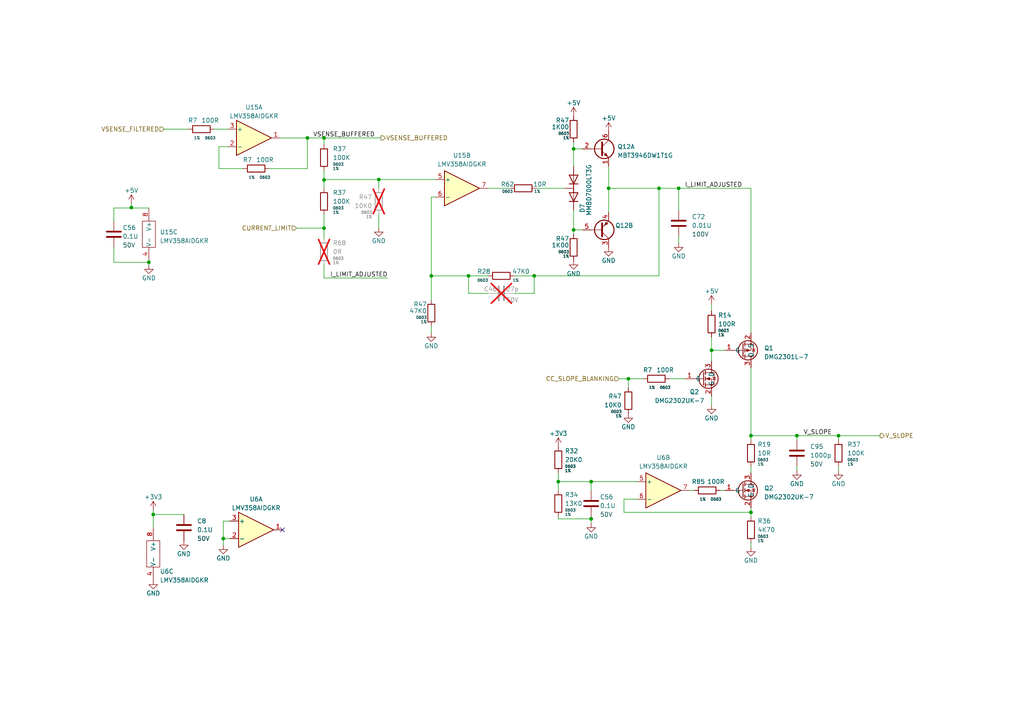
<source format=kicad_sch>
(kicad_sch (version 20230121) (generator eeschema)
  (paper "A4")
  (title_block (title "Slope Generation and Adjustment") (company "Rack Robotics, Inc.") (comment 1 "Engineering by DragonFly Power Systems") (comment 2 "Design by Rack Robotics, Inc."))
  (lib_symbols
    (symbol "0603_CAP:0.01U_100V"
      (property "Reference" "C" (at 3.175 1.905 0))
      (property "Value" "0.01U" (at 3.175 0 0))
      (property "Volage Rating" "100V" (at 3.175 -1.905 0))
      (symbol "0.01U_100V_0_1"
        (polyline (pts (xy -2.032 -0.762) (xy 2.032 -0.762)) (stroke (width 0.508)))
        (polyline (pts (xy -2.032 0.762) (xy 2.032 0.762)) (stroke (width 0.508)))
      )
      (symbol "0.01U_100V_1_1"
        (pin passive line (at 0 3.81 270) (length 2.794) (name "~") (number "1"))
        (pin passive line (at 0 -3.81 90) (length 2.794) (name "~") (number "2"))
      )
    )
    (symbol "0603_CAP:0.1U_50V"
      (property "Reference" "C" (at 3.175 1.905 0))
      (property "Value" "0.1U" (at 3.175 0 0))
      (property "Volage Rating" "50V" (at 3.175 -1.905 0))
      (symbol "0.1U_50V_0_1"
        (polyline (pts (xy -2.032 -0.762) (xy 2.032 -0.762)) (stroke (width 0.508)))
        (polyline (pts (xy -2.032 0.762) (xy 2.032 0.762)) (stroke (width 0.508)))
      )
      (symbol "0.1U_50V_1_1"
        (pin passive line (at 0 3.81 270) (length 2.794) (name "~") (number "1"))
        (pin passive line (at 0 -3.81 90) (length 2.794) (name "~") (number "2"))
      )
    )
    (symbol "0603_CAP:1000P_50V"
      (property "Reference" "C" (at 3.175 1.905 0))
      (property "Value" "1000p" (at 3.175 0 0))
      (property "Volage Rating" "50V" (at 3.175 -1.905 0))
      (symbol "1000P_50V_0_1"
        (polyline (pts (xy -2.032 -0.762) (xy 2.032 -0.762)) (stroke (width 0.508)))
        (polyline (pts (xy -2.032 0.762) (xy 2.032 0.762)) (stroke (width 0.508)))
      )
      (symbol "1000P_50V_1_1"
        (pin passive line (at 0 3.81 270) (length 2.794) (name "~") (number "1"))
        (pin passive line (at 0 -3.81 90) (length 2.794) (name "~") (number "2"))
      )
    )
    (symbol "0603_CAP:27P_50V"
      (property "Reference" "C" (at 3.175 1.905 0))
      (property "Value" "27p" (at 3.175 0 0))
      (property "Volage Rating" "50V" (at 3.175 -1.905 0))
      (symbol "27P_50V_0_1"
        (polyline (pts (xy -2.032 -0.762) (xy 2.032 -0.762)) (stroke (width 0.508)))
        (polyline (pts (xy -2.032 0.762) (xy 2.032 0.762)) (stroke (width 0.508)))
      )
      (symbol "27P_50V_1_1"
        (pin passive line (at 0 3.81 270) (length 2.794) (name "~") (number "1"))
        (pin passive line (at 0 -3.81 90) (length 2.794) (name "~") (number "2"))
      )
    )
    (symbol "0603_RES:0R"
      (property "Reference" "R" (at 1.27 2.54 0))
      (property "Value" "0R" (at 1.27 0.635 0))
      (property "Package Size" "0603" (at 1.27 -1.27 0))
      (property "Tolerance" "1%" (at 1.27 -2.54 0))
      (symbol "0R_0_1"
        (rectangle (start -1.016 2.54) (end 1.016 -2.54) (stroke (width 0.254)))
      )
      (symbol "0R_1_1"
        (pin passive line (at 0 3.81 270) (length 1.27) (name "~") (number "1"))
        (pin passive line (at 0 -3.81 90) (length 1.27) (name "~") (number "2"))
      )
    )
    (symbol "0603_RES:100R"
      (property "Reference" "R" (at 1.27 2.54 0))
      (property "Value" "100R" (at 1.27 0.635 0))
      (property "Package Size" "0603" (at 1.27 -1.27 0))
      (property "Tolerance" "1%" (at 1.27 -2.54 0))
      (symbol "100R_0_1"
        (rectangle (start -1.016 2.54) (end 1.016 -2.54) (stroke (width 0.254)))
      )
      (symbol "100R_1_1"
        (pin passive line (at 0 3.81 270) (length 1.27) (name "~") (number "1"))
        (pin passive line (at 0 -3.81 90) (length 1.27) (name "~") (number "2"))
      )
    )
    (symbol "0603_RES:100k"
      (property "Reference" "R" (at 1.27 2.54 0))
      (property "Value" "100K" (at 1.27 0.635 0))
      (property "Package Size" "0603" (at 1.27 -1.27 0))
      (property "Tolerance" "1%" (at 1.27 -2.54 0))
      (symbol "100k_0_1"
        (rectangle (start -1.016 2.54) (end 1.016 -2.54) (stroke (width 0.254)))
      )
      (symbol "100k_1_1"
        (pin passive line (at 0 3.81 270) (length 1.27) (name "~") (number "1"))
        (pin passive line (at 0 -3.81 90) (length 1.27) (name "~") (number "2"))
      )
    )
    (symbol "0603_RES:10K0"
      (property "Reference" "R" (at 1.27 2.54 0))
      (property "Value" "10K0" (at 1.27 0.635 0))
      (property "Package Size" "0603" (at 1.27 -1.27 0))
      (property "Tolerance" "1%" (at 1.27 -2.54 0))
      (symbol "10K0_0_1"
        (rectangle (start -1.016 2.54) (end 1.016 -2.54) (stroke (width 0.254)))
      )
      (symbol "10K0_1_1"
        (pin passive line (at 0 3.81 270) (length 1.27) (name "~") (number "1"))
        (pin passive line (at 0 -3.81 90) (length 1.27) (name "~") (number "2"))
      )
    )
    (symbol "0603_RES:10R"
      (property "Reference" "R" (at 1.27 2.54 0))
      (property "Value" "10R" (at 1.27 0.635 0))
      (property "Package Size" "0603" (at 1.27 -1.27 0))
      (property "Tolerance" "1%" (at 1.27 -2.54 0))
      (symbol "10R_0_1"
        (rectangle (start -1.016 2.54) (end 1.016 -2.54) (stroke (width 0.254)))
      )
      (symbol "10R_1_1"
        (pin passive line (at 0 3.81 270) (length 1.27) (name "~") (number "1"))
        (pin passive line (at 0 -3.81 90) (length 1.27) (name "~") (number "2"))
      )
    )
    (symbol "0603_RES:13K0"
      (property "Reference" "R" (at 1.27 2.54 0))
      (property "Value" "13K0" (at 1.27 0.635 0))
      (property "Package Size" "0603" (at 1.27 -1.27 0))
      (property "Tolerance" "1%" (at 1.27 -2.54 0))
      (symbol "13K0_0_1"
        (rectangle (start -1.016 2.54) (end 1.016 -2.54) (stroke (width 0.254)))
      )
      (symbol "13K0_1_1"
        (pin passive line (at 0 3.81 270) (length 1.27) (name "~") (number "1"))
        (pin passive line (at 0 -3.81 90) (length 1.27) (name "~") (number "2"))
      )
    )
    (symbol "0603_RES:1K00"
      (property "Reference" "R" (at 1.27 2.54 0))
      (property "Value" "1K00" (at 1.27 0.635 0))
      (property "Package Size" "0603" (at 1.27 -1.27 0))
      (property "Tolerance" "1%" (at 1.27 -2.54 0))
      (symbol "1K00_0_1"
        (rectangle (start -1.016 2.54) (end 1.016 -2.54) (stroke (width 0.254)))
      )
      (symbol "1K00_1_1"
        (pin passive line (at 0 3.81 270) (length 1.27) (name "~") (number "1"))
        (pin passive line (at 0 -3.81 90) (length 1.27) (name "~") (number "2"))
      )
    )
    (symbol "0603_RES:20K0"
      (property "Reference" "R" (at 1.27 2.54 0))
      (property "Value" "20K0" (at 1.27 0.635 0))
      (property "Package Size" "0603" (at 1.27 -1.27 0))
      (property "Tolerance" "1%" (at 1.27 -2.54 0))
      (symbol "20K0_0_1"
        (rectangle (start -1.016 2.54) (end 1.016 -2.54) (stroke (width 0.254)))
      )
      (symbol "20K0_1_1"
        (pin passive line (at 0 3.81 270) (length 1.27) (name "~") (number "1"))
        (pin passive line (at 0 -3.81 90) (length 1.27) (name "~") (number "2"))
      )
    )
    (symbol "0603_RES:47K0"
      (property "Reference" "R" (at 1.27 2.54 0))
      (property "Value" "47K0" (at 1.27 0.635 0))
      (property "Package Size" "0603" (at 1.27 -1.27 0))
      (property "Tolerance" "1%" (at 1.27 -2.54 0))
      (symbol "47K0_0_1"
        (rectangle (start -1.016 2.54) (end 1.016 -2.54) (stroke (width 0.254)))
      )
      (symbol "47K0_1_1"
        (pin passive line (at 0 3.81 270) (length 1.27) (name "~") (number "1"))
        (pin passive line (at 0 -3.81 90) (length 1.27) (name "~") (number "2"))
      )
    )
    (symbol "0603_RES:4K70"
      (property "Reference" "R" (at 1.27 2.54 0))
      (property "Value" "4K70" (at 1.27 0.635 0))
      (property "Package Size" "0603" (at 1.27 -1.27 0))
      (property "Tolerance" "1%" (at 1.27 -2.54 0))
      (symbol "4K70_0_1"
        (rectangle (start -1.016 2.54) (end 1.016 -2.54) (stroke (width 0.254)))
      )
      (symbol "4K70_1_1"
        (pin passive line (at 0 3.81 270) (length 1.27) (name "~") (number "1"))
        (pin passive line (at 0 -3.81 90) (length 1.27) (name "~") (number "2"))
      )
    )
    (symbol "DIODES:MMBD7000LT3G" (pin_numbers hide) (pin_names hide)
      (property "Reference" "D" (at -6.35 2.54 0))
      (property "Value" "MMBD7000LT3G" (at 0 -2.54 0))
      (symbol "MMBD7000LT3G_0_1"
        (polyline (pts (xy -3.81 1.27) (xy -3.81 -1.27)) (stroke (width 0.254)))
        (polyline (pts (xy -1.27 0) (xy -3.81 0)))
        (polyline (pts (xy -1.27 0) (xy 1.27 0)) (stroke (width 0.254)))
        (polyline (pts (xy 1.27 1.27) (xy 1.27 -1.27)) (stroke (width 0.254)))
        (polyline (pts (xy 3.81 0) (xy 1.27 0)))
        (polyline (pts (xy -1.27 1.27) (xy -1.27 -1.27) (xy -3.81 0) (xy -1.27 1.27)) (stroke (width 0.254)))
        (polyline (pts (xy 3.81 1.27) (xy 3.81 -1.27) (xy 1.27 0) (xy 3.81 1.27)) (stroke (width 0.254)))
      )
      (symbol "MMBD7000LT3G_1_1"
        (pin passive line (at 6.35 0 180) (length 2.54) (name "A") (number "1"))
        (pin passive line (at -6.35 0 0) (length 2.54) (name "K") (number "2"))
        (pin passive line (at 0 2.54 270) (length 2.54) (name "A/K") (number "3"))
      )
    )
    (symbol "OP_AMPS:LMV358AIDGKR" (pin_names (offset 0.127))
      (property "Reference" "U" (at -1.27 5.08 0))
      (property "Value" "LMV358AIDGKR" (at -1.27 -5.08 0))
      (symbol "LMV358AIDGKR_1_1"
        (polyline (pts (xy -5.08 5.08) (xy 5.08 0) (xy -5.08 -5.08) (xy -5.08 5.08)) (stroke (width 0.254)) (fill (type background)))
        (pin output line (at 7.62 0 180) (length 2.54) (name "~") (number "1"))
        (pin input line (at -7.62 -2.54 0) (length 2.54) (name "-") (number "2"))
        (pin input line (at -7.62 2.54 0) (length 2.54) (name "+") (number "3"))
      )
      (symbol "LMV358AIDGKR_2_1"
        (polyline (pts (xy -5.08 5.08) (xy 5.08 0) (xy -5.08 -5.08) (xy -5.08 5.08)) (stroke (width 0.254)) (fill (type background)))
        (pin input line (at -7.62 2.54 0) (length 2.54) (name "+") (number "5"))
        (pin input line (at -7.62 -2.54 0) (length 2.54) (name "-") (number "6"))
        (pin output line (at 7.62 0 180) (length 2.54) (name "~") (number "7"))
      )
      (symbol "LMV358AIDGKR_3_1"
        (rectangle (start -4.445 3.81) (end -0.635 -3.81))
        (pin power_in line (at -2.54 -7.62 90) (length 3.81) (name "V-") (number "4"))
        (pin power_in line (at -2.54 7.62 270) (length 3.81) (name "V+") (number "8"))
      )
    )
    (symbol "SIGNAL_BJTS:MBT3946DW1T1G" (pin_names (offset 0) hide)
      (property "Reference" "Q" (at 5.08 1.27 0))
      (property "Value" "MBT3946DW1T1G" (at 5.08 -1.27 0))
      (symbol "MBT3946DW1T1G_0_1"
        (polyline (pts (xy 0.635 0) (xy -2.54 0)))
        (circle (center 1.27 0) (radius 2.8194) (stroke (width 0.254)))
        (circle (center 1.27 0) (radius 2.8194) (stroke (width 0.254)))
      )
      (symbol "MBT3946DW1T1G_1_1"
        (polyline (pts (xy 0.635 0.635) (xy 2.54 2.54)))
        (polyline (pts (xy 0.635 -0.635) (xy 2.54 -2.54) (xy 2.54 -2.54)))
        (polyline (pts (xy 0.635 1.905) (xy 0.635 -1.905) (xy 0.635 -1.905)) (stroke (width 0.508)))
        (polyline (pts (xy 1.27 -1.778) (xy 1.778 -1.27) (xy 2.286 -2.286) (xy 1.27 -1.778) (xy 1.27 -1.778)) (fill (type outline)))
        (pin passive line (at 2.54 -5.08 90) (length 2.54) (name "E1") (number "1"))
        (pin input line (at -5.08 0 0) (length 2.54) (name "B1") (number "2"))
        (pin passive line (at 2.54 5.08 270) (length 2.54) (name "C1") (number "6"))
      )
      (symbol "MBT3946DW1T1G_2_1"
        (polyline (pts (xy 0.635 0.635) (xy 2.54 2.54)))
        (polyline (pts (xy 0.635 -0.635) (xy 2.54 -2.54) (xy 2.54 -2.54)))
        (polyline (pts (xy 0.635 1.905) (xy 0.635 -1.905) (xy 0.635 -1.905)) (stroke (width 0.508)))
        (polyline (pts (xy 2.286 -1.778) (xy 1.778 -2.286) (xy 1.27 -1.27) (xy 2.286 -1.778) (xy 2.286 -1.778)) (fill (type outline)))
        (pin passive line (at 2.54 5.08 270) (length 2.54) (name "C2") (number "3"))
        (pin passive line (at 2.54 -5.08 90) (length 2.54) (name "E2") (number "4"))
        (pin input line (at -5.08 0 0) (length 2.54) (name "B2") (number "5"))
      )
    )
    (symbol "SIGNAL_FETS:DMG2301L-7"
      (property "Reference" "Q" (at 2.54 3.81 0))
      (property "Value" "DMG2301L-7" (at 2.54 1.27 0))
      (symbol "DMG2301L-7_0_1"
        (circle (center -0.889 0) (radius 2.794) (stroke (width 0.254)))
        (circle (center 0 -1.778) (radius 0.254) (fill (type outline)))
        (polyline (pts (xy -2.286 -1.905) (xy -2.286 1.905)) (stroke (width 0.254)))
        (polyline (pts (xy -2.286 0) (xy -5.08 0)))
        (polyline (pts (xy -1.778 -2.286) (xy -1.778 -1.27)) (stroke (width 0.254)))
        (polyline (pts (xy -1.778 -0.508) (xy -1.778 0.508)) (stroke (width 0.254)))
        (polyline (pts (xy -1.778 1.27) (xy -1.778 2.286)) (stroke (width 0.254)))
        (polyline (pts (xy 0 -2.54) (xy 0 -1.778)))
        (polyline (pts (xy 0 2.54) (xy 0 0) (xy -1.778 0)))
        (polyline (pts (xy -1.778 -1.778) (xy 0.762 -1.778) (xy 0.762 1.778) (xy -1.778 1.778)))
        (polyline (pts (xy -0.254 0) (xy -1.27 -0.381) (xy -1.27 0.381) (xy -0.254 0)) (fill (type outline)))
        (polyline (pts (xy 0.254 0.508) (xy 0.381 0.381) (xy 1.143 0.381) (xy 1.27 0.254)))
        (polyline (pts (xy 0.762 0.381) (xy 0.381 -0.254) (xy 1.143 -0.254) (xy 0.762 0.381)))
        (circle (center 0 1.778) (radius 0.254) (fill (type outline)))
      )
      (symbol "DMG2301L-7_1_1"
        (pin input line (at -7.62 0 0) (length 2.54) (name "G") (number "1"))
        (pin passive line (at 0 5.08 270) (length 2.54) (name "S") (number "2"))
        (pin passive line (at 0 -5.08 90) (length 2.54) (name "D") (number "3"))
      )
    )
    (symbol "SIGNAL_FETS:DMG2302UK-7"
      (property "Reference" "Q" (at 1.27 5.08 0))
      (property "Value" "DMG2302UK-7" (at 1.27 2.54 0))
      (symbol "DMG2302UK-7_0_1"
        (circle (center -0.889 0) (radius 2.794) (stroke (width 0.254)))
        (circle (center 0 -1.778) (radius 0.254) (fill (type outline)))
        (polyline (pts (xy -2.286 0) (xy -5.08 0)))
        (polyline (pts (xy -2.286 1.905) (xy -2.286 -1.905)) (stroke (width 0.254)))
        (polyline (pts (xy -1.778 -1.27) (xy -1.778 -2.286)) (stroke (width 0.254)))
        (polyline (pts (xy -1.778 0.508) (xy -1.778 -0.508)) (stroke (width 0.254)))
        (polyline (pts (xy -1.778 2.286) (xy -1.778 1.27)) (stroke (width 0.254)))
        (polyline (pts (xy 0 2.54) (xy 0 1.778)))
        (polyline (pts (xy 0 -2.54) (xy 0 0) (xy -1.778 0)))
        (polyline (pts (xy -1.778 -1.778) (xy 0.762 -1.778) (xy 0.762 1.778) (xy -1.778 1.778)))
        (polyline (pts (xy -1.524 0) (xy -0.508 0.381) (xy -0.508 -0.381) (xy -1.524 0)) (fill (type outline)))
        (polyline (pts (xy 0.254 0.508) (xy 0.381 0.381) (xy 1.143 0.381) (xy 1.27 0.254)))
        (polyline (pts (xy 0.762 0.381) (xy 0.381 -0.254) (xy 1.143 -0.254) (xy 0.762 0.381)))
        (circle (center 0 1.778) (radius 0.254) (fill (type outline)))
      )
      (symbol "DMG2302UK-7_1_1"
        (pin passive line (at -7.62 0 0) (length 2.54) (name "G") (number "1"))
        (pin passive line (at 0 -5.08 90) (length 2.54) (name "S") (number "2"))
        (pin passive line (at 0 5.08 270) (length 2.54) (name "D") (number "3"))
      )
    )
    (symbol "power:+3V3" (power) (pin_names (offset 0))
      (property "Value" "+3V3" (at 0 3.556 0))
      (symbol "+3V3_0_1"
        (polyline (pts (xy -0.762 1.27) (xy 0 2.54)))
        (polyline (pts (xy 0 0) (xy 0 2.54)))
        (polyline (pts (xy 0 2.54) (xy 0.762 1.27)))
      )
      (symbol "+3V3_1_1"
        (pin power_in line (at 0 0 90) (length 0) hide (name "+3V3") (number "1"))
      )
    )
    (symbol "power:+5V" (power) (pin_names (offset 0))
      (property "Value" "+5V" (at 0 3.556 0))
      (symbol "+5V_0_1"
        (polyline (pts (xy -0.762 1.27) (xy 0 2.54)))
        (polyline (pts (xy 0 0) (xy 0 2.54)))
        (polyline (pts (xy 0 2.54) (xy 0.762 1.27)))
      )
      (symbol "+5V_1_1"
        (pin power_in line (at 0 0 90) (length 0) hide (name "+5V") (number "1"))
      )
    )
    (symbol "power:GND" (power) (pin_names (offset 0))
      (property "Value" "GND" (at 0 -3.81 0))
      (symbol "GND_0_1"
        (polyline (pts (xy 0 0) (xy 0 -1.27) (xy 1.27 -1.27) (xy 0 -2.54) (xy -1.27 -1.27) (xy 0 -1.27)))
      )
      (symbol "GND_1_1"
        (pin power_in line (at 0 0 270) (length 0) hide (name "GND") (number "1"))
      )
    )
  )
  (junction (at 161.925 139.7))
  (junction (at 176.53 54.61))
  (junction (at 64.77 156.21))
  (junction (at 93.98 52.197))
  (junction (at 166.37 43.18))
  (junction (at 243.205 126.365))
  (junction (at 166.37 66.675))
  (junction (at 171.45 139.7))
  (junction (at 154.94 80.01))
  (junction (at 93.98 40.005))
  (junction (at 109.855 52.07))
  (junction (at 93.98 66.167))
  (junction (at 231.14 126.365))
  (junction (at 38.1 60.198))
  (junction (at 44.45 149.225))
  (junction (at 182.245 109.855))
  (junction (at 206.375 101.6))
  (junction (at 43.18 76.073))
  (junction (at 125.095 80.01))
  (junction (at 171.45 150.495))
  (junction (at 217.805 148.59))
  (junction (at 89.154 40.005))
  (junction (at 135.89 80.01))
  (junction (at 191.135 54.61))
  (junction (at 217.805 126.365))
  (junction (at 196.85 54.61))
  (no_connect (at 81.915 153.67))
  (wire (pts (xy 93.98 40.005) (xy 110.49 40.005)))
  (wire (pts (xy 231.14 126.365) (xy 243.205 126.365)))
  (wire (pts (xy 206.375 114.935) (xy 206.375 117.475)))
  (wire (pts (xy 176.53 54.61) (xy 176.53 61.595)))
  (wire (pts (xy 62.23 37.465) (xy 66.04 37.465)))
  (wire (pts (xy 44.45 149.225) (xy 44.45 153.035)))
  (wire (pts (xy 43.18 76.073) (xy 43.18 76.835)))
  (wire (pts (xy 179.578 109.855) (xy 182.245 109.855)))
  (wire (pts (xy 44.45 149.225) (xy 44.45 147.955)))
  (wire (pts (xy 217.805 135.255) (xy 217.805 137.16)))
  (wire (pts (xy 89.154 40.005) (xy 93.98 40.005)))
  (wire (pts (xy 180.975 144.78) (xy 180.975 148.59)))
  (wire (pts (xy 217.805 106.68) (xy 217.805 126.365)))
  (wire (pts (xy 166.37 66.675) (xy 166.37 67.945)))
  (wire (pts (xy 206.375 101.6) (xy 210.185 101.6)))
  (wire (pts (xy 66.675 156.21) (xy 64.77 156.21)))
  (wire (pts (xy 135.89 80.01) (xy 125.095 80.01)))
  (wire (pts (xy 161.925 150.495) (xy 171.45 150.495)))
  (wire (pts (xy 93.98 40.005) (xy 93.98 41.91)))
  (wire (pts (xy 33.02 60.325) (xy 37.719 60.325)))
  (wire (pts (xy 166.37 66.675) (xy 168.91 66.675)))
  (wire (pts (xy 109.855 52.07) (xy 126.365 52.07)))
  (wire (pts (xy 93.98 54.61) (xy 93.98 52.197)))
  (wire (pts (xy 66.04 42.545) (xy 63.5 42.545)))
  (wire (pts (xy 217.805 148.59) (xy 217.805 149.86)))
  (wire (pts (xy 217.805 157.48) (xy 217.805 158.75)))
  (wire (pts (xy 89.154 48.895) (xy 89.154 40.005)))
  (wire (pts (xy 161.925 137.16) (xy 161.925 139.7)))
  (wire (pts (xy 180.975 148.59) (xy 217.805 148.59)))
  (wire (pts (xy 182.245 109.855) (xy 186.563 109.855)))
  (wire (pts (xy 38.1 60.198) (xy 37.719 60.198)))
  (wire (pts (xy 38.1 60.325) (xy 43.18 60.325)))
  (wire (pts (xy 47.625 37.465) (xy 54.61 37.465)))
  (wire (pts (xy 33.02 76.073) (xy 43.18 76.073)))
  (wire (pts (xy 154.94 85.09) (xy 154.94 80.01)))
  (wire (pts (xy 171.45 139.7) (xy 184.785 139.7)))
  (wire (pts (xy 93.98 76.835) (xy 93.98 80.645)))
  (wire (pts (xy 166.37 60.96) (xy 166.37 66.675)))
  (wire (pts (xy 243.205 135.255) (xy 243.205 136.525)))
  (wire (pts (xy 191.135 54.61) (xy 191.135 80.01)))
  (wire (pts (xy 166.37 43.18) (xy 166.37 48.26)))
  (wire (pts (xy 63.5 42.545) (xy 63.5 48.895)))
  (wire (pts (xy 206.375 97.79) (xy 206.375 101.6)))
  (wire (pts (xy 196.85 68.58) (xy 196.85 70.485)))
  (wire (pts (xy 231.14 135.255) (xy 231.14 136.525)))
  (wire (pts (xy 217.805 126.365) (xy 231.14 126.365)))
  (wire (pts (xy 243.205 126.365) (xy 243.205 127.635)))
  (wire (pts (xy 66.675 151.13) (xy 64.77 151.13)))
  (wire (pts (xy 191.135 80.01) (xy 154.94 80.01)))
  (wire (pts (xy 243.205 126.365) (xy 255.27 126.365)))
  (wire (pts (xy 37.719 60.325) (xy 37.719 60.198)))
  (wire (pts (xy 81.28 40.005) (xy 89.154 40.005)))
  (wire (pts (xy 38.1 59.055) (xy 38.1 60.198)))
  (wire (pts (xy 135.89 85.09) (xy 135.89 80.01)))
  (wire (pts (xy 33.02 64.135) (xy 33.02 60.325)))
  (wire (pts (xy 93.726 52.07) (xy 109.855 52.07)))
  (wire (pts (xy 126.365 57.15) (xy 125.095 57.15)))
  (wire (pts (xy 171.45 142.24) (xy 171.45 139.7)))
  (wire (pts (xy 93.726 52.07) (xy 93.726 52.197)))
  (wire (pts (xy 93.726 52.197) (xy 93.98 52.197)))
  (wire (pts (xy 155.575 54.61) (xy 163.83 54.61)))
  (wire (pts (xy 161.925 139.7) (xy 161.925 142.24)))
  (wire (pts (xy 206.375 101.6) (xy 206.375 104.775)))
  (wire (pts (xy 109.855 52.07) (xy 109.855 54.61)))
  (wire (pts (xy 85.979 66.167) (xy 93.98 66.167)))
  (wire (pts (xy 109.855 66.04) (xy 109.855 62.23)))
  (wire (pts (xy 43.18 75.565) (xy 43.18 76.073)))
  (wire (pts (xy 217.805 148.59) (xy 217.805 147.32)))
  (wire (pts (xy 171.45 139.7) (xy 161.925 139.7)))
  (wire (pts (xy 38.1 60.325) (xy 38.1 60.198)))
  (wire (pts (xy 176.53 54.61) (xy 191.135 54.61)))
  (wire (pts (xy 33.02 71.755) (xy 33.02 76.073)))
  (wire (pts (xy 141.605 80.01) (xy 135.89 80.01)))
  (wire (pts (xy 93.98 49.53) (xy 93.98 52.197)))
  (wire (pts (xy 217.805 126.365) (xy 217.805 127.635)))
  (wire (pts (xy 208.915 142.24) (xy 210.185 142.24)))
  (wire (pts (xy 93.98 66.167) (xy 93.98 69.215)))
  (wire (pts (xy 196.85 54.61) (xy 217.805 54.61)))
  (wire (pts (xy 166.37 43.18) (xy 168.91 43.18)))
  (wire (pts (xy 63.5 48.895) (xy 70.485 48.895)))
  (wire (pts (xy 125.095 80.01) (xy 125.095 86.995)))
  (wire (pts (xy 191.135 54.61) (xy 196.85 54.61)))
  (wire (pts (xy 161.925 149.86) (xy 161.925 150.495)))
  (wire (pts (xy 149.225 80.01) (xy 154.94 80.01)))
  (wire (pts (xy 194.183 109.855) (xy 198.755 109.855)))
  (wire (pts (xy 196.85 54.61) (xy 196.85 60.96)))
  (wire (pts (xy 125.095 57.15) (xy 125.095 80.01)))
  (wire (pts (xy 206.375 88.265) (xy 206.375 90.17)))
  (wire (pts (xy 141.605 85.09) (xy 135.89 85.09)))
  (wire (pts (xy 149.225 85.09) (xy 154.94 85.09)))
  (wire (pts (xy 200.025 142.24) (xy 201.295 142.24)))
  (wire (pts (xy 217.805 96.52) (xy 217.805 54.61)))
  (wire (pts (xy 44.45 149.225) (xy 53.34 149.225)))
  (wire (pts (xy 176.53 48.26) (xy 176.53 54.61)))
  (wire (pts (xy 166.37 41.275) (xy 166.37 43.18)))
  (wire (pts (xy 93.98 62.23) (xy 93.98 66.167)))
  (wire (pts (xy 64.77 156.21) (xy 64.77 158.115)))
  (wire (pts (xy 78.105 48.895) (xy 89.154 48.895)))
  (wire (pts (xy 141.605 54.61) (xy 147.955 54.61)))
  (wire (pts (xy 182.245 112.395) (xy 182.245 109.855)))
  (wire (pts (xy 93.98 80.645) (xy 112.395 80.645)))
  (wire (pts (xy 171.45 149.86) (xy 171.45 150.495)))
  (wire (pts (xy 64.77 151.13) (xy 64.77 156.21)))
  (wire (pts (xy 184.785 144.78) (xy 180.975 144.78)))
  (wire (pts (xy 171.45 150.495) (xy 171.45 151.765)))
  (wire (pts (xy 231.14 127.635) (xy 231.14 126.365)))
  (wire (pts (xy 125.095 94.615) (xy 125.095 96.52)))
  (label "V_SLOPE" (at 241.3 126.365 180))
  (label "VSENSE_BUFFERED" (at 90.805 40.005 0))
  (label "I_LIMIT_ADJUSTED" (at 215.265 54.61 180))
  (label "I_LIMIT_ADJUSTED" (at 112.395 80.645 180))
  (hierarchical_label "VSENSE_FILTERED" (shape input) (at 47.625 37.465 180))
  (hierarchical_label "V_SLOPE" (shape output) (at 255.27 126.365 0))
  (hierarchical_label "CC_SLOPE_BLANKING" (shape input) (at 179.578 109.855 180))
  (hierarchical_label "CURRENT_LIMIT" (shape input) (at 85.979 66.167 180))
  (hierarchical_label "VSENSE_BUFFERED" (shape output) (at 110.49 40.005 0))
  (symbol (lib_id "0603_CAP:27P_50V") (at 145.415 85.09 90) (unit 1) (dnp yes)
    (property "Reference" "C46" (at 142.24 83.82 90))
    (property "Value" "27p" (at 148.59 83.82 90))
    (property "Footprint" "Capacitor_SMD:C_0603_1608Metric" (effects hide))
    (property "Datasheet" "https://www.yageo.com/upload/media/product/productsearch/datasheet/mlcc/UPY-GP_NP0_16V-to-50V_18.pdf" (effects hide))
    (property "Volage Rating" "50V" (at 148.59 86.995 90))
    (property "Part Number" "CC0603JRNPO9BN270" (effects hide))
    (property "Manufacturer" "Yageo" (effects hide))
  )
  (symbol (lib_id "0603_CAP:1000P_50V") (at 231.14 131.445 0) (unit 1)
    (property "Reference" "C95" (at 234.95 129.54 0) (effects (justify left)))
    (property "Value" "1000p" (at 234.95 132.08 0) (effects (justify left)))
    (property "Footprint" "Capacitor_SMD:C_0603_1608Metric" (effects hide))
    (property "Datasheet" "https://media.digikey.com/pdf/Data%20Sheets/Samsung%20PDFs/CL10B104KB8NNWC_Spec.pdf" (effects hide))
    (property "Volage Rating" "50V" (at 234.95 134.62 0) (effects (justify left)))
    (property "Part Number" "CL10B102KB8NNNC" (effects hide))
    (property "Manufacturer" "Samsung" (effects hide))
  )
  (symbol (lib_id "0603_RES:13K0") (at 161.925 146.05 0) (unit 1)
    (property "Reference" "R34" (at 163.83 143.51 0) (effects (justify left)))
    (property "Value" "13K0" (at 163.83 146.05 0) (effects (justify left)))
    (property "Footprint" "Resistor_SMD:R_0603_1608Metric" (effects hide))
    (property "Datasheet" "https://www.seielect.com/Catalog/SEI-RMCF_RMCP.pdf" (effects hide))
    (property "Package Size" "0603" (at 163.83 147.955 0) (effects (font (size 0.8 0.8)) (justify left)))
    (property "Tolerance" "1%" (at 163.83 149.225 0) (effects (font (size 0.8 0.8)) (justify left)))
    (property "Part Number" "RMCF0603FT13K0" (effects hide))
    (property "Manufacturer" "Stackpole" (effects hide))
  )
  (symbol (lib_id "0603_CAP:0.1U_50V") (at 171.45 146.05 0) (unit 1)
    (property "Reference" "C56" (at 173.99 144.145 0) (effects (justify left)))
    (property "Value" "0.1U" (at 173.99 146.685 0) (effects (justify left)))
    (property "Footprint" "Capacitor_SMD:C_0603_1608Metric" (effects hide))
    (property "Datasheet" "https://media.digikey.com/pdf/Data%20Sheets/Samsung%20PDFs/CL10B104KB8NNWC_Spec.pdf" (effects hide))
    (property "Volage Rating" "50V" (at 173.99 149.225 0) (effects (justify left)))
    (property "Part Number" "CL10B104KB8NNWC" (effects hide))
    (property "Manufacturer" "Samsung" (effects hide))
    (instances (project "POWERCORE-V2.0_MOTHERBOARD" (path "" (reference "C56") (unit 1)) (path "" (reference "C16") (unit 1))))
  )
  (symbol (lib_id "OP_AMPS:LMV358AIDGKR") (at 192.405 142.24 0) (unit 2)
    (property "Reference" "U6" (at 192.405 132.715 0))
    (property "Value" "LMV358AIDGKR" (at 192.405 135.255 0))
    (property "Footprint" "Package_SO:VSSOP-8_3.0x3.0mm_P0.65mm" (effects hide))
    (property "Datasheet" "http://www.ti.com/general/docs/suppproductinfo.tsp?distId=10&gotoUrl=http%3A%2F%2Fwww.ti.com%2Flit%2Fgpn%2Flmv358a" (effects hide))
    (property "Part Number" "LMV358AIDGKR" (effects hide))
    (property "Manufacturer" "Texas Instruments" (effects hide))
  )
  (symbol (lib_id "power:GND") (at 231.14 136.525 0) (unit 1)
    (property "Reference" "#PWR014" (effects hide))
    (property "Value" "GND" (at 231.14 140.335 0))
    (instances (project "POWERCORE-V2.0_MOTHERBOARD" (path "" (reference "#PWR014") (unit 1)) (path "" (reference "#PWR016") (unit 1))))
  )
  (symbol (lib_id "power:+5V") (at 166.37 33.655 0) (unit 1)
    (property "Reference" "#PWR068" (effects hide))
    (property "Value" "+5V" (at 166.37 29.845 0))
    (instances (project "POWERCORE-V2.0_MOTHERBOARD" (path "" (reference "#PWR068") (unit 1)) (path "" (reference "#PWR0136") (unit 1))))
  )
  (symbol (lib_id "SIGNAL_BJTS:MBT3946DW1T1G") (at 173.99 66.675 0) (mirror x) (unit 2)
    (property "Reference" "Q12" (at 178.435 65.405 0) (effects (justify left)))
    (property "Value" "MBT3946DW1T1G" (effects hide))
    (property "Footprint" "Package_TO_SOT_SMD:SOT-363_SC-70-6" (effects hide))
    (property "Datasheet" "https://www.onsemi.com/pdf/datasheet/mbt3946dw1t1-d.pdf" (effects hide))
    (property "Manufacturer" "OnSemi" (effects hide))
    (property "Part Number" "MBT3946DW1T1G" (effects hide))
  )
  (symbol (lib_id "power:GND") (at 125.095 96.52 0) (unit 1)
    (property "Reference" "#PWR016" (effects hide))
    (property "Value" "GND" (at 125.095 100.33 0))
    (instances (project "POWERCORE-V2.0_MOTHERBOARD" (path "" (reference "#PWR016") (unit 1)) (path "" (reference "#PWR077") (unit 1))))
  )
  (symbol (lib_id "0603_RES:100k") (at 243.205 131.445 0) (unit 1)
    (property "Reference" "R37" (at 245.745 128.905 0) (effects (justify left)))
    (property "Value" "100K" (at 245.745 131.445 0) (effects (justify left)))
    (property "Footprint" "Resistor_SMD:R_0603_1608Metric" (effects hide))
    (property "Datasheet" "https://www.seielect.com/Catalog/SEI-RMCF_RMCP.pdf" (effects hide))
    (property "Package Size" "0603" (at 245.745 133.35 0) (effects (font (size 0.8 0.8)) (justify left)))
    (property "Tolerance" "1%" (at 245.745 134.62 0) (effects (font (size 0.8 0.8)) (justify left)))
    (property "Part Number" "RMCF0603FT100K" (effects hide))
    (property "Manufacturer" "Stackpole" (effects hide))
    (instances (project "POWERCORE-V2.0_MOTHERBOARD" (path "" (reference "R37") (unit 1)) (path "" (reference "R51") (unit 1)) (path "" (reference "R14") (unit 1))))
  )
  (symbol (lib_id "0603_RES:47K0") (at 145.415 80.01 90) (unit 1)
    (property "Reference" "R28" (at 140.335 78.74 90))
    (property "Value" "47K0" (at 153.67 78.74 90) (effects (justify left)))
    (property "Footprint" "Resistor_SMD:R_0603_1608Metric" (effects hide))
    (property "Datasheet" "https://www.seielect.com/Catalog/SEI-RMCF_RMCP.pdf" (effects hide))
    (property "Package Size" "0603" (at 141.605 81.28 90) (effects (font (size 0.8 0.8)) (justify left)))
    (property "Tolerance" "1%" (at 150.495 81.28 90) (effects (font (size 0.8 0.8)) (justify left)))
    (property "Part Number" "RMCF0603FT47K0" (effects hide))
    (property "Manufacturer" "Stackpole" (effects hide))
  )
  (symbol (lib_id "SIGNAL_FETS:DMG2302UK-7") (at 206.375 109.855 0) (unit 1)
    (property "Reference" "Q2" (at 200.025 113.665 0) (effects (justify left)))
    (property "Value" "DMG2302UK-7" (at 189.865 116.205 0) (effects (justify left)))
    (property "Footprint" "SOT:SOT-23-3" (effects hide))
    (property "Datasheet" "https://www.diodes.com/assets/Datasheets/DMG2301L.pdf" (effects hide))
    (property "Manufacturer" "Diodes Inc" (effects hide))
    (property "Part Number" "DMG2302UK-7" (effects hide))
    (instances (project "POWERCORE-V2.0_MOTHERBOARD" (path "" (reference "Q2") (unit 1)) (path "" (reference "Q11") (unit 1))))
  )
  (symbol (lib_id "power:+3V3") (at 161.925 129.54 0) (unit 1)
    (property "Reference" "#PWR060" (effects hide))
    (property "Value" "+3V3" (at 161.925 125.73 0))
    (instances (project "POWERCORE-V2.0_MOTHERBOARD" (path "" (reference "#PWR060") (unit 1)) (path "" (reference "#PWR062") (unit 1))))
  )
  (symbol (lib_id "OP_AMPS:LMV358AIDGKR") (at 45.72 67.945 0) (unit 3)
    (property "Reference" "U15" (at 46.355 67.31 0) (effects (justify left)))
    (property "Value" "LMV358AIDGKR" (at 46.355 69.85 0) (effects (justify left)))
    (property "Footprint" "Package_SO:VSSOP-8_3.0x3.0mm_P0.65mm" (effects hide))
    (property "Datasheet" "http://www.ti.com/general/docs/suppproductinfo.tsp?distId=10&gotoUrl=http%3A%2F%2Fwww.ti.com%2Flit%2Fgpn%2Flmv358a" (effects hide))
    (property "Part Number" "LMV358AIDGKR" (effects hide))
    (property "Manufacturer" "Texas Instruments" (effects hide))
  )
  (symbol (lib_id "0603_RES:100R") (at 74.295 48.895 90) (unit 1)
    (property "Reference" "R7" (at 71.755 46.355 90))
    (property "Value" "100R" (at 76.835 46.355 90))
    (property "Footprint" "Resistor_SMD:R_0603_1608Metric" (effects hide))
    (property "Datasheet" "https://www.seielect.com/Catalog/SEI-RMCF_RMCP.pdf" (effects hide))
    (property "Package Size" "0603" (at 76.835 51.435 90) (effects (font (size 0.8 0.8))))
    (property "Tolerance" "1%" (at 73.025 51.435 90) (effects (font (size 0.8 0.8))))
    (property "Part Number" "RMCF0603FT100R" (effects hide))
    (property "Manufacturer" "Stackpole" (effects hide))
    (instances (project "POWERCORE-V2.0_MOTHERBOARD" (path "" (reference "R7") (unit 1)) (path "" (reference "R47") (unit 1))))
  )
  (symbol (lib_id "OP_AMPS:LMV358AIDGKR") (at 133.985 54.61 0) (unit 2)
    (property "Reference" "U15" (at 133.985 45.085 0))
    (property "Value" "LMV358AIDGKR" (at 133.985 47.625 0))
    (property "Footprint" "Package_SO:VSSOP-8_3.0x3.0mm_P0.65mm" (effects hide))
    (property "Datasheet" "http://www.ti.com/general/docs/suppproductinfo.tsp?distId=10&gotoUrl=http%3A%2F%2Fwww.ti.com%2Flit%2Fgpn%2Flmv358a" (effects hide))
    (property "Part Number" "LMV358AIDGKR" (effects hide))
    (property "Manufacturer" "Texas Instruments" (effects hide))
  )
  (symbol (lib_id "power:GND") (at 171.45 151.765 0) (unit 1)
    (property "Reference" "#PWR016" (effects hide))
    (property "Value" "GND" (at 171.45 155.575 0))
    (instances (project "POWERCORE-V2.0_MOTHERBOARD" (path "" (reference "#PWR016") (unit 1)) (path "" (reference "#PWR075") (unit 1))))
  )
  (symbol (lib_id "SIGNAL_FETS:DMG2302UK-7") (at 217.805 142.24 0) (unit 1)
    (property "Reference" "Q2" (at 221.615 141.605 0) (effects (justify left)))
    (property "Value" "DMG2302UK-7" (at 221.615 144.145 0) (effects (justify left)))
    (property "Footprint" "SOT:SOT-23-3" (effects hide))
    (property "Datasheet" "https://www.diodes.com/assets/Datasheets/DMG2301L.pdf" (effects hide))
    (property "Manufacturer" "Diodes Inc" (effects hide))
    (property "Part Number" "DMG2302UK-7" (effects hide))
  )
  (symbol (lib_id "power:GND") (at 182.245 120.015 0) (unit 1)
    (property "Reference" "#PWR016" (effects hide))
    (property "Value" "GND" (at 182.245 123.825 0))
    (instances (project "POWERCORE-V2.0_MOTHERBOARD" (path "" (reference "#PWR016") (unit 1)) (path "" (reference "#PWR014") (unit 1))))
  )
  (symbol (lib_id "power:GND") (at 64.77 158.115 0) (unit 1)
    (property "Reference" "#PWR022" (effects hide))
    (property "Value" "GND" (at 64.77 161.925 0))
    (instances (project "POWERCORE-V2.0_MOTHERBOARD" (path "" (reference "#PWR022") (unit 1)) (path "" (reference "#PWR088") (unit 1))))
  )
  (symbol (lib_id "power:+5V") (at 176.53 38.1 0) (unit 1)
    (property "Reference" "#PWR068" (effects hide))
    (property "Value" "+5V" (at 176.53 34.29 0))
    (instances (project "POWERCORE-V2.0_MOTHERBOARD" (path "" (reference "#PWR068") (unit 1)) (path "" (reference "#PWR0149") (unit 1))))
  )
  (symbol (lib_id "0603_RES:10R") (at 151.765 54.61 90) (unit 1)
    (property "Reference" "R62" (at 147.193 53.467 90))
    (property "Value" "10R" (at 156.591 53.467 90))
    (property "Footprint" "Resistor_SMD:R_0603_1608Metric" (effects hide))
    (property "Datasheet" "https://www.seielect.com/Catalog/SEI-RMCF_RMCP.pdf" (effects hide))
    (property "Package Size" "0603" (at 147.193 55.499 90) (effects (font (size 0.8 0.8))))
    (property "Tolerance" "1%" (at 155.829 55.499 90) (effects (font (size 0.8 0.8))))
    (property "Part Number" "RMCF0603FT10R0" (effects hide))
    (property "Manufacturer" "Stackpole" (effects hide))
  )
  (symbol (lib_id "power:GND") (at 243.205 136.525 0) (unit 1)
    (property "Reference" "#PWR062" (effects hide))
    (property "Value" "GND" (at 243.205 140.335 0))
    (instances (project "POWERCORE-V2.0_MOTHERBOARD" (path "" (reference "#PWR062") (unit 1)) (path "" (reference "#PWR060") (unit 1))))
  )
  (symbol (lib_id "power:+3V3") (at 44.45 147.955 0) (unit 1)
    (property "Reference" "#PWR019" (effects hide))
    (property "Value" "+3V3" (at 44.45 144.145 0))
  )
  (symbol (lib_id "OP_AMPS:LMV358AIDGKR") (at 46.99 160.655 0) (unit 3)
    (property "Reference" "U6" (at 46.355 165.735 0) (effects (justify left)))
    (property "Value" "LMV358AIDGKR" (at 46.355 168.275 0) (effects (justify left)))
    (property "Footprint" "Package_SO:VSSOP-8_3.0x3.0mm_P0.65mm" (effects hide))
    (property "Datasheet" "http://www.ti.com/general/docs/suppproductinfo.tsp?distId=10&gotoUrl=http%3A%2F%2Fwww.ti.com%2Flit%2Fgpn%2Flmv358a" (effects hide))
    (property "Part Number" "LMV358AIDGKR" (effects hide))
    (property "Manufacturer" "Texas Instruments" (effects hide))
  )
  (symbol (lib_id "power:GND") (at 43.18 76.835 0) (unit 1)
    (property "Reference" "#PWR016" (effects hide))
    (property "Value" "GND" (at 43.18 80.645 0))
    (instances (project "POWERCORE-V2.0_MOTHERBOARD" (path "" (reference "#PWR016") (unit 1)) (path "" (reference "#PWR079") (unit 1))))
  )
  (symbol (lib_id "0603_CAP:0.01U_100V") (at 196.85 64.77 0) (unit 1)
    (property "Reference" "C72" (at 200.66 62.865 0) (effects (justify left)))
    (property "Value" "0.01U" (at 200.66 65.405 0) (effects (justify left)))
    (property "Footprint" "Capacitor_SMD:C_0603_1608Metric" (effects hide))
    (property "Datasheet" "https://media.digikey.com/pdf/Data%20Sheets/Samsung%20PDFs/CL10B104KB8NNWC_Spec.pdf" (effects hide))
    (property "Volage Rating" "100V" (at 200.66 67.945 0) (effects (justify left)))
    (property "Part Number" "CL10B103KC8NNNC" (effects hide))
    (property "Manufacturer" "Samsung" (effects hide))
    (instances (project "POWERCORE-V2.0_MOTHERBOARD" (path "" (reference "C72") (unit 1)) (path "" (reference "C6") (unit 1))))
  )
  (symbol (lib_id "power:GND") (at 217.805 158.75 0) (unit 1)
    (property "Reference" "#PWR016" (effects hide))
    (property "Value" "GND" (at 217.805 162.56 0))
    (instances (project "POWERCORE-V2.0_MOTHERBOARD" (path "" (reference "#PWR016") (unit 1)) (path "" (reference "#PWR076") (unit 1))))
  )
  (symbol (lib_id "power:GND") (at 196.85 70.485 0) (unit 1)
    (property "Reference" "#PWR016" (effects hide))
    (property "Value" "GND" (at 196.85 74.295 0))
    (instances (project "POWERCORE-V2.0_MOTHERBOARD" (path "" (reference "#PWR016") (unit 1)) (path "" (reference "#PWR078") (unit 1))))
  )
  (symbol (lib_id "0603_RES:100R") (at 205.105 142.24 90) (unit 1)
    (property "Reference" "R85" (at 202.565 139.7 90))
    (property "Value" "100R" (at 207.645 139.7 90))
    (property "Footprint" "Resistor_SMD:R_0603_1608Metric" (effects hide))
    (property "Datasheet" "https://www.seielect.com/Catalog/SEI-RMCF_RMCP.pdf" (effects hide))
    (property "Package Size" "0603" (at 207.645 144.78 90) (effects (font (size 0.8 0.8))))
    (property "Tolerance" "1%" (at 203.835 144.78 90) (effects (font (size 0.8 0.8))))
    (property "Part Number" "RMCF0603FT100R" (effects hide))
    (property "Manufacturer" "Stackpole" (effects hide))
    (instances (project "POWERCORE-V2.0_MOTHERBOARD" (path "" (reference "R85") (unit 1)) (path "" (reference "R33") (unit 1))))
  )
  (symbol (lib_id "0603_RES:100R") (at 206.375 93.98 0) (unit 1)
    (property "Reference" "R14" (at 208.28 91.44 0) (effects (justify left)))
    (property "Value" "100R" (at 208.28 93.98 0) (effects (justify left)))
    (property "Footprint" "Resistor_SMD:R_0603_1608Metric" (effects hide))
    (property "Datasheet" "https://www.seielect.com/Catalog/SEI-RMCF_RMCP.pdf" (effects hide))
    (property "Package Size" "0603" (at 208.28 95.885 0) (effects (font (size 0.8 0.8)) (justify left)))
    (property "Tolerance" "1%" (at 208.28 97.155 0) (effects (font (size 0.8 0.8)) (justify left)))
    (property "Part Number" "RMCF0603FT100R" (effects hide))
    (property "Manufacturer" "Stackpole" (effects hide))
    (instances (project "POWERCORE-V2.0_MOTHERBOARD" (path "" (reference "R14") (unit 1)) (path "" (reference "R65") (unit 1))))
  )
  (symbol (lib_id "power:+5V") (at 38.1 59.055 0) (unit 1)
    (property "Reference" "#PWR068" (effects hide))
    (property "Value" "+5V" (at 38.1 55.245 0))
    (instances (project "POWERCORE-V2.0_MOTHERBOARD" (path "" (reference "#PWR068") (unit 1)) (path "" (reference "#PWR080") (unit 1))))
  )
  (symbol (lib_id "0603_RES:1K00") (at 166.37 71.755 0) (mirror y) (unit 1)
    (property "Reference" "R47" (at 165.1 69.215 0) (effects (justify left)))
    (property "Value" "1K00" (at 165.1 71.12 0) (effects (justify left)))
    (property "Footprint" "Resistor_SMD:R_0603_1608Metric" (effects hide))
    (property "Datasheet" "https://www.seielect.com/Catalog/SEI-RMCF_RMCP.pdf" (effects hide))
    (property "Package Size" "0603" (at 165.1 73.025 0) (effects (font (size 0.8 0.8)) (justify left)))
    (property "Tolerance" "1%" (at 165.1 74.295 0) (effects (font (size 0.8 0.8)) (justify left)))
    (property "Part Number" "RMCF0603FT1K00" (effects hide))
    (property "Manufacturer" "Stackpole" (effects hide))
    (instances (project "POWERCORE-V2.0_MOTHERBOARD" (path "" (reference "R47") (unit 1)) (path "" (reference "R72") (unit 1))))
  )
  (symbol (lib_id "power:GND") (at 53.34 156.845 0) (unit 1)
    (property "Reference" "#PWR022" (effects hide))
    (property "Value" "GND" (at 53.34 160.655 0))
  )
  (symbol (lib_id "0603_RES:1K00") (at 166.37 37.465 0) (mirror y) (unit 1)
    (property "Reference" "R47" (at 165.1 34.925 0) (effects (justify left)))
    (property "Value" "1K00" (at 165.1 36.83 0) (effects (justify left)))
    (property "Footprint" "Resistor_SMD:R_0603_1608Metric" (effects hide))
    (property "Datasheet" "https://www.seielect.com/Catalog/SEI-RMCF_RMCP.pdf" (effects hide))
    (property "Package Size" "0603" (at 165.1 38.735 0) (effects (font (size 0.8 0.8)) (justify left)))
    (property "Tolerance" "1%" (at 165.1 40.005 0) (effects (font (size 0.8 0.8)) (justify left)))
    (property "Part Number" "RMCF0603FT1K00" (effects hide))
    (property "Manufacturer" "Stackpole" (effects hide))
    (instances (project "POWERCORE-V2.0_MOTHERBOARD" (path "" (reference "R47") (unit 1)) (path "" (reference "R73") (unit 1))))
  )
  (symbol (lib_id "0603_RES:4K70") (at 217.805 153.67 0) (unit 1)
    (property "Reference" "R36" (at 219.71 151.13 0) (effects (justify left)))
    (property "Value" "4K70" (at 219.71 153.67 0) (effects (justify left)))
    (property "Footprint" "Resistor_SMD:R_0603_1608Metric" (effects hide))
    (property "Datasheet" "https://www.seielect.com/Catalog/SEI-RMCF_RMCP.pdf" (effects hide))
    (property "Package Size" "0603" (at 219.71 155.575 0) (effects (font (size 0.8 0.8)) (justify left)))
    (property "Tolerance" "1%" (at 219.71 156.845 0) (effects (font (size 0.8 0.8)) (justify left)))
    (property "Part Number" "RMCF0603FT4K70" (effects hide))
    (property "Manufacturer" "Stackpole" (effects hide))
  )
  (symbol (lib_id "0603_RES:10R") (at 217.805 131.445 0) (unit 1)
    (property "Reference" "R19" (at 219.71 128.905 0) (effects (justify left)))
    (property "Value" "10R" (at 219.71 131.445 0) (effects (justify left)))
    (property "Footprint" "Resistor_SMD:R_0603_1608Metric" (effects hide))
    (property "Datasheet" "https://www.seielect.com/Catalog/SEI-RMCF_RMCP.pdf" (effects hide))
    (property "Package Size" "0603" (at 219.71 133.35 0) (effects (font (size 0.8 0.8)) (justify left)))
    (property "Tolerance" "1%" (at 219.71 134.62 0) (effects (font (size 0.8 0.8)) (justify left)))
    (property "Part Number" "RMCF0603FT10R0" (effects hide))
    (property "Manufacturer" "Stackpole" (effects hide))
  )
  (symbol (lib_id "0603_RES:100R") (at 58.42 37.465 90) (unit 1)
    (property "Reference" "R7" (at 55.88 34.925 90))
    (property "Value" "100R" (at 60.96 34.925 90))
    (property "Footprint" "Resistor_SMD:R_0603_1608Metric" (effects hide))
    (property "Datasheet" "https://www.seielect.com/Catalog/SEI-RMCF_RMCP.pdf" (effects hide))
    (property "Package Size" "0603" (at 60.96 40.005 90) (effects (font (size 0.8 0.8))))
    (property "Tolerance" "1%" (at 57.15 40.005 90) (effects (font (size 0.8 0.8))))
    (property "Part Number" "RMCF0603FT100R" (effects hide))
    (property "Manufacturer" "Stackpole" (effects hide))
    (instances (project "POWERCORE-V2.0_MOTHERBOARD" (path "" (reference "R7") (unit 1)) (path "" (reference "R51") (unit 1))))
  )
  (symbol (lib_id "0603_RES:20K0") (at 161.925 133.35 0) (unit 1)
    (property "Reference" "R32" (at 163.83 130.81 0) (effects (justify left)))
    (property "Value" "20K0" (at 163.83 133.35 0) (effects (justify left)))
    (property "Footprint" "Resistor_SMD:R_0603_1608Metric" (effects hide))
    (property "Datasheet" "https://www.seielect.com/Catalog/SEI-RMCF_RMCP.pdf" (effects hide))
    (property "Package Size" "0603" (at 163.83 135.255 0) (effects (font (size 0.8 0.8)) (justify left)))
    (property "Tolerance" "1%" (at 163.83 136.525 0) (effects (font (size 0.8 0.8)) (justify left)))
    (property "Part Number" "RMCF0603FT20K0" (effects hide))
    (property "Manufacturer" "Stackpole" (effects hide))
  )
  (symbol (lib_id "power:+5V") (at 206.375 88.265 0) (unit 1)
    (property "Reference" "#PWR068" (effects hide))
    (property "Value" "+5V" (at 206.375 84.455 0))
    (instances (project "POWERCORE-V2.0_MOTHERBOARD" (path "" (reference "#PWR068") (unit 1)) (path "" (reference "#PWR081") (unit 1))))
  )
  (symbol (lib_id "power:GND") (at 206.375 117.475 0) (unit 1)
    (property "Reference" "#PWR016" (effects hide))
    (property "Value" "GND" (at 206.375 121.285 0))
    (instances (project "POWERCORE-V2.0_MOTHERBOARD" (path "" (reference "#PWR016") (unit 1)) (path "" (reference "#PWR087") (unit 1))))
  )
  (symbol (lib_id "0603_CAP:0.1U_50V") (at 53.34 153.035 0) (unit 1)
    (property "Reference" "C8" (at 57.15 151.13 0) (effects (justify left)))
    (property "Value" "0.1U" (at 57.15 153.67 0) (effects (justify left)))
    (property "Footprint" "Capacitor_SMD:C_0603_1608Metric" (effects hide))
    (property "Datasheet" "https://media.digikey.com/pdf/Data%20Sheets/Samsung%20PDFs/CL10B104KB8NNWC_Spec.pdf" (effects hide))
    (property "Volage Rating" "50V" (at 57.15 156.21 0) (effects (justify left)))
    (property "Part Number" "CL10B104KB8NNWC" (effects hide))
    (property "Manufacturer" "Samsung" (effects hide))
  )
  (symbol (lib_id "power:GND") (at 176.53 71.755 0) (unit 1)
    (property "Reference" "#PWR016" (effects hide))
    (property "Value" "GND" (at 176.53 75.565 0))
    (instances (project "POWERCORE-V2.0_MOTHERBOARD" (path "" (reference "#PWR016") (unit 1)) (path "" (reference "#PWR0150") (unit 1))))
  )
  (symbol (lib_id "0603_RES:100R") (at 190.373 109.855 90) (unit 1)
    (property "Reference" "R7" (at 187.833 107.315 90))
    (property "Value" "100R" (at 192.913 107.315 90))
    (property "Footprint" "Resistor_SMD:R_0603_1608Metric" (effects hide))
    (property "Datasheet" "https://www.seielect.com/Catalog/SEI-RMCF_RMCP.pdf" (effects hide))
    (property "Package Size" "0603" (at 192.913 112.395 90) (effects (font (size 0.8 0.8))))
    (property "Tolerance" "1%" (at 189.103 112.395 90) (effects (font (size 0.8 0.8))))
    (property "Part Number" "RMCF0603FT100R" (effects hide))
    (property "Manufacturer" "Stackpole" (effects hide))
    (instances (project "POWERCORE-V2.0_MOTHERBOARD" (path "" (reference "R7") (unit 1)) (path "" (reference "R10") (unit 1))))
  )
  (symbol (lib_id "0603_CAP:0.1U_50V") (at 33.02 67.945 0) (unit 1)
    (property "Reference" "C56" (at 35.56 66.04 0) (effects (justify left)))
    (property "Value" "0.1U" (at 35.56 68.58 0) (effects (justify left)))
    (property "Footprint" "Capacitor_SMD:C_0603_1608Metric" (effects hide))
    (property "Datasheet" "https://media.digikey.com/pdf/Data%20Sheets/Samsung%20PDFs/CL10B104KB8NNWC_Spec.pdf" (effects hide))
    (property "Volage Rating" "50V" (at 35.56 71.12 0) (effects (justify left)))
    (property "Part Number" "CL10B104KB8NNWC" (effects hide))
    (property "Manufacturer" "Samsung" (effects hide))
    (instances (project "POWERCORE-V2.0_MOTHERBOARD" (path "" (reference "C56") (unit 1)) (path "" (reference "C49") (unit 1))))
  )
  (symbol (lib_id "0603_RES:100k") (at 93.98 45.72 0) (unit 1)
    (property "Reference" "R37" (at 96.52 43.18 0) (effects (justify left)))
    (property "Value" "100K" (at 96.52 45.72 0) (effects (justify left)))
    (property "Footprint" "Resistor_SMD:R_0603_1608Metric" (effects hide))
    (property "Datasheet" "https://www.seielect.com/Catalog/SEI-RMCF_RMCP.pdf" (effects hide))
    (property "Package Size" "0603" (at 96.52 47.625 0) (effects (font (size 0.8 0.8)) (justify left)))
    (property "Tolerance" "1%" (at 96.52 48.895 0) (effects (font (size 0.8 0.8)) (justify left)))
    (property "Part Number" "RMCF0603FT100K" (effects hide))
    (property "Manufacturer" "Stackpole" (effects hide))
    (instances (project "POWERCORE-V2.0_MOTHERBOARD" (path "" (reference "R37") (unit 1)) (path "" (reference "R51") (unit 1)) (path "" (reference "R61") (unit 1))))
  )
  (symbol (lib_id "SIGNAL_BJTS:MBT3946DW1T1G") (at 173.99 43.18 0) (unit 1)
    (property "Reference" "Q12" (at 179.07 42.545 0) (effects (justify left)))
    (property "Value" "MBT3946DW1T1G" (at 179.07 45.085 0) (effects (justify left)))
    (property "Footprint" "Package_TO_SOT_SMD:SOT-363_SC-70-6" (effects hide))
    (property "Datasheet" "https://www.onsemi.com/pdf/datasheet/mbt3946dw1t1-d.pdf" (effects hide))
    (property "Manufacturer" "OnSemi" (effects hide))
    (property "Part Number" "MBT3946DW1T1G" (effects hide))
  )
  (symbol (lib_id "OP_AMPS:LMV358AIDGKR") (at 74.295 153.67 0) (unit 1)
    (property "Reference" "U6" (at 74.295 144.78 0))
    (property "Value" "LMV358AIDGKR" (at 74.295 147.32 0))
    (property "Footprint" "Package_SO:VSSOP-8_3.0x3.0mm_P0.65mm" (effects hide))
    (property "Datasheet" "http://www.ti.com/general/docs/suppproductinfo.tsp?distId=10&gotoUrl=http%3A%2F%2Fwww.ti.com%2Flit%2Fgpn%2Flmv358a" (effects hide))
    (property "Part Number" "LMV358AIDGKR" (effects hide))
    (property "Manufacturer" "Texas Instruments" (effects hide))
  )
  (symbol (lib_id "OP_AMPS:LMV358AIDGKR") (at 73.66 40.005 0) (unit 1)
    (property "Reference" "U15" (at 73.66 31.115 0))
    (property "Value" "LMV358AIDGKR" (at 73.66 33.655 0))
    (property "Footprint" "Package_SO:VSSOP-8_3.0x3.0mm_P0.65mm" (effects hide))
    (property "Datasheet" "http://www.ti.com/general/docs/suppproductinfo.tsp?distId=10&gotoUrl=http%3A%2F%2Fwww.ti.com%2Flit%2Fgpn%2Flmv358a" (effects hide))
    (property "Part Number" "LMV358AIDGKR" (effects hide))
    (property "Manufacturer" "Texas Instruments" (effects hide))
  )
  (symbol (lib_id "power:GND") (at 109.855 66.04 0) (unit 1)
    (property "Reference" "#PWR016" (effects hide))
    (property "Value" "GND" (at 109.855 69.85 0))
    (instances (project "POWERCORE-V2.0_MOTHERBOARD" (path "" (reference "#PWR016") (unit 1)) (path "" (reference "#PWR0148") (unit 1))))
  )
  (symbol (lib_id "0603_RES:10K0") (at 109.855 58.42 0) (mirror y) (unit 1) (dnp yes)
    (property "Reference" "R47" (at 107.95 57.15 0) (effects (justify left)))
    (property "Value" "10K0" (at 107.95 59.69 0) (effects (justify left)))
    (property "Footprint" "Resistor_SMD:R_0603_1608Metric" (effects hide))
    (property "Datasheet" "https://www.seielect.com/Catalog/SEI-RMCF_RMCP.pdf" (effects hide))
    (property "Package Size" "0603" (at 107.95 61.595 0) (effects (font (size 0.8 0.8)) (justify left)))
    (property "Tolerance" "1%" (at 107.95 62.865 0) (effects (font (size 0.8 0.8)) (justify left)))
    (property "Part Number" "RMCF0603FT10K0" (effects hide))
    (property "Manufacturer" "Stackpole" (effects hide))
    (instances (project "POWERCORE-V2.0_MOTHERBOARD" (path "" (reference "R47") (unit 1)) (path "" (reference "R83") (unit 1))))
  )
  (symbol (lib_id "0603_RES:0R") (at 93.98 73.025 0) (unit 1) (dnp yes)
    (property "Reference" "R68" (at 96.52 70.485 0) (effects (justify left)))
    (property "Value" "0R" (at 96.52 73.025 0) (effects (justify left)))
    (property "Footprint" "Resistor_SMD:R_0603_1608Metric" (effects hide))
    (property "Datasheet" "https://www.seielect.com/Catalog/SEI-RMCF_RMCP.pdf" (effects hide))
    (property "Package Size" "0603" (at 96.52 74.93 0) (effects (font (size 0.8 0.8)) (justify left)))
    (property "Tolerance" "1%" (at 96.52 76.2 0) (effects (font (size 0.8 0.8)) (justify left)))
    (property "Part Number" "RMCF0603ZT0R00" (effects hide))
    (property "Manufacturer" "Stackpole" (effects hide))
  )
  (symbol (lib_id "SIGNAL_FETS:DMG2301L-7") (at 217.805 101.6 0) (unit 1)
    (property "Reference" "Q1" (at 221.615 100.965 0) (effects (justify left)))
    (property "Value" "DMG2301L-7" (at 221.615 103.505 0) (effects (justify left)))
    (property "Footprint" "SOT:SOT-23-3" (effects hide))
    (property "Datasheet" "https://www.diodes.com/assets/Datasheets/DMG2301L.pdf" (effects hide))
    (property "Manufacturer" "Diodes Inc" (effects hide))
    (property "Part Number" "DMG2301L-7" (effects hide))
  )
  (symbol (lib_id "DIODES:MMBD7000LT3G") (at 166.37 54.61 90) (unit 1)
    (property "Reference" "D7" (at 168.91 59.055 0) (effects (justify right)))
    (property "Value" "MMBD7000LT3G" (at 170.815 47.625 0) (effects (justify right)))
    (property "Footprint" "Package_TO_SOT_SMD:SOT-23-3" (effects hide))
    (property "Datasheet" "https://www.onsemi.com/pdf/datasheet/mmbd7000lt1-d.pdf" (effects hide))
    (property "Manufacturer" "OnSemi" (effects hide))
    (property "Part Number" "MMBD7000LT3G" (effects hide))
  )
  (symbol (lib_id "power:GND") (at 166.37 75.565 0) (unit 1)
    (property "Reference" "#PWR016" (effects hide))
    (property "Value" "GND" (at 166.37 79.375 0))
    (instances (project "POWERCORE-V2.0_MOTHERBOARD" (path "" (reference "#PWR016") (unit 1)) (path "" (reference "#PWR0135") (unit 1))))
  )
  (symbol (lib_id "0603_RES:10K0") (at 182.245 116.205 0) (mirror y) (unit 1)
    (property "Reference" "R47" (at 180.34 114.935 0) (effects (justify left)))
    (property "Value" "10K0" (at 180.34 117.475 0) (effects (justify left)))
    (property "Footprint" "Resistor_SMD:R_0603_1608Metric" (effects hide))
    (property "Datasheet" "https://www.seielect.com/Catalog/SEI-RMCF_RMCP.pdf" (effects hide))
    (property "Package Size" "0603" (at 180.34 119.38 0) (effects (font (size 0.8 0.8)) (justify left)))
    (property "Tolerance" "1%" (at 180.34 120.65 0) (effects (font (size 0.8 0.8)) (justify left)))
    (property "Part Number" "RMCF0603FT10K0" (effects hide))
    (property "Manufacturer" "Stackpole" (effects hide))
    (instances (project "POWERCORE-V2.0_MOTHERBOARD" (path "" (reference "R47") (unit 1)) (path "" (reference "R7") (unit 1))))
  )
  (symbol (lib_id "0603_RES:100k") (at 93.98 58.42 0) (unit 1)
    (property "Reference" "R37" (at 96.52 55.88 0) (effects (justify left)))
    (property "Value" "100K" (at 96.52 58.42 0) (effects (justify left)))
    (property "Footprint" "Resistor_SMD:R_0603_1608Metric" (effects hide))
    (property "Datasheet" "https://www.seielect.com/Catalog/SEI-RMCF_RMCP.pdf" (effects hide))
    (property "Package Size" "0603" (at 96.52 60.325 0) (effects (font (size 0.8 0.8)) (justify left)))
    (property "Tolerance" "1%" (at 96.52 61.595 0) (effects (font (size 0.8 0.8)) (justify left)))
    (property "Part Number" "RMCF0603FT100K" (effects hide))
    (property "Manufacturer" "Stackpole" (effects hide))
    (instances (project "POWERCORE-V2.0_MOTHERBOARD" (path "" (reference "R37") (unit 1)) (path "" (reference "R51") (unit 1)) (path "" (reference "R60") (unit 1))))
  )
  (symbol (lib_id "power:GND") (at 44.45 168.275 0) (unit 1)
    (property "Reference" "#PWR026" (effects hide))
    (property "Value" "GND" (at 44.45 172.085 0))
  )
  (symbol (lib_id "0603_RES:47K0") (at 125.095 90.805 0) (mirror y) (unit 1)
    (property "Reference" "R47" (at 123.825 88.265 0) (effects (justify left)))
    (property "Value" "47K0" (at 123.825 90.17 0) (effects (justify left)))
    (property "Footprint" "Resistor_SMD:R_0603_1608Metric" (effects hide))
    (property "Datasheet" "https://www.seielect.com/Catalog/SEI-RMCF_RMCP.pdf" (effects hide))
    (property "Package Size" "0603" (at 123.825 92.075 0) (effects (font (size 0.8 0.8)) (justify left)))
    (property "Tolerance" "1%" (at 123.825 93.345 0) (effects (font (size 0.8 0.8)) (justify left)))
    (property "Part Number" "RMCF0603FT47K0" (effects hide))
    (property "Manufacturer" "Stackpole" (effects hide))
    (instances (project "POWERCORE-V2.0_MOTHERBOARD" (path "" (reference "R47") (unit 1)) (path "" (reference "R63") (unit 1))))
  )
)
</source>
